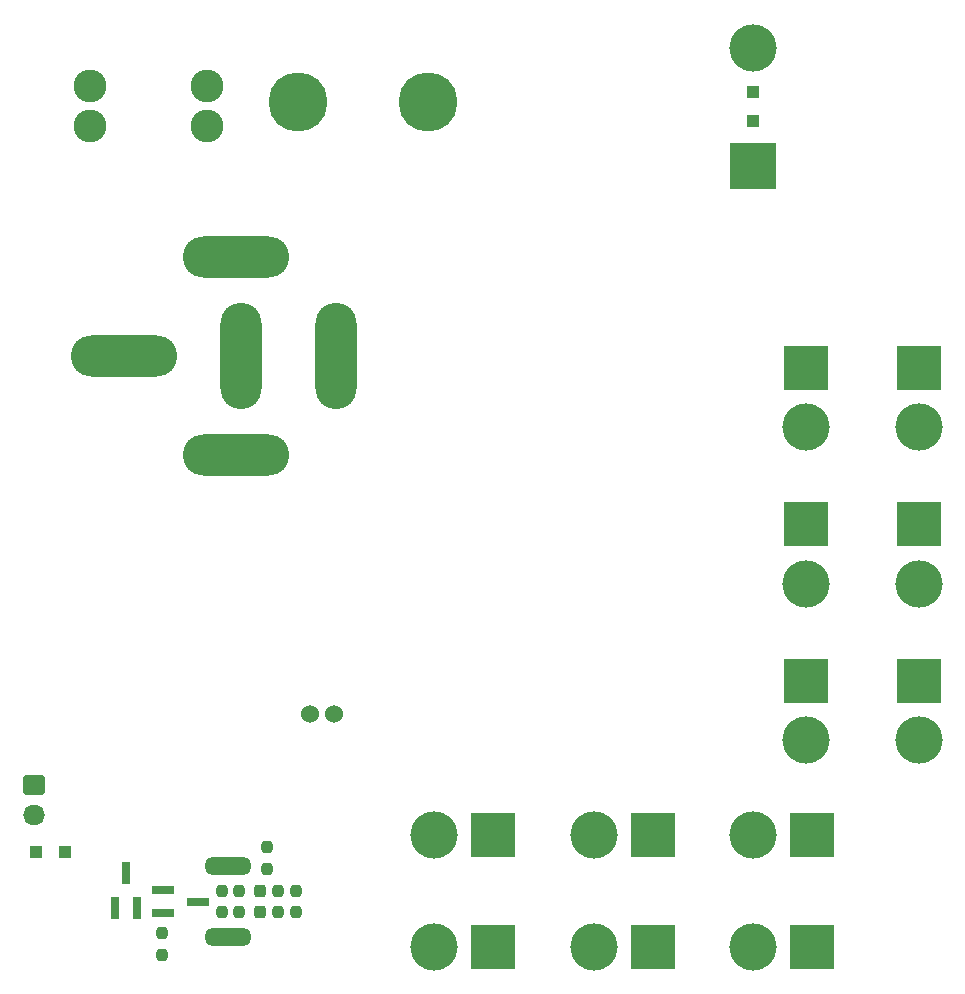
<source format=gbr>
%TF.GenerationSoftware,KiCad,Pcbnew,(6.0.11)*%
%TF.CreationDate,2024-02-29T08:21:51+09:00*%
%TF.ProjectId,LargePW,4c617267-6550-4572-9e6b-696361645f70,rev?*%
%TF.SameCoordinates,Original*%
%TF.FileFunction,Soldermask,Bot*%
%TF.FilePolarity,Negative*%
%FSLAX46Y46*%
G04 Gerber Fmt 4.6, Leading zero omitted, Abs format (unit mm)*
G04 Created by KiCad (PCBNEW (6.0.11)) date 2024-02-29 08:21:51*
%MOMM*%
%LPD*%
G01*
G04 APERTURE LIST*
G04 Aperture macros list*
%AMRoundRect*
0 Rectangle with rounded corners*
0 $1 Rounding radius*
0 $2 $3 $4 $5 $6 $7 $8 $9 X,Y pos of 4 corners*
0 Add a 4 corners polygon primitive as box body*
4,1,4,$2,$3,$4,$5,$6,$7,$8,$9,$2,$3,0*
0 Add four circle primitives for the rounded corners*
1,1,$1+$1,$2,$3*
1,1,$1+$1,$4,$5*
1,1,$1+$1,$6,$7*
1,1,$1+$1,$8,$9*
0 Add four rect primitives between the rounded corners*
20,1,$1+$1,$2,$3,$4,$5,0*
20,1,$1+$1,$4,$5,$6,$7,0*
20,1,$1+$1,$6,$7,$8,$9,0*
20,1,$1+$1,$8,$9,$2,$3,0*%
G04 Aperture macros list end*
%ADD10O,9.000000X3.500000*%
%ADD11O,3.500000X9.000000*%
%ADD12R,3.800000X3.800000*%
%ADD13C,4.000000*%
%ADD14RoundRect,0.250000X-0.675000X0.600000X-0.675000X-0.600000X0.675000X-0.600000X0.675000X0.600000X0*%
%ADD15O,1.850000X1.700000*%
%ADD16C,2.780000*%
%ADD17O,4.000000X1.524000*%
%ADD18C,5.000000*%
%ADD19C,1.524000*%
%ADD20R,4.000000X4.000000*%
%ADD21R,1.900000X0.800000*%
%ADD22R,1.000000X1.000000*%
%ADD23RoundRect,0.237500X0.237500X-0.250000X0.237500X0.250000X-0.237500X0.250000X-0.237500X-0.250000X0*%
%ADD24RoundRect,0.237500X-0.237500X0.250000X-0.237500X-0.250000X0.237500X-0.250000X0.237500X0.250000X0*%
%ADD25R,0.800000X1.900000*%
%ADD26RoundRect,0.237500X-0.237500X0.300000X-0.237500X-0.300000X0.237500X-0.300000X0.237500X0.300000X0*%
G04 APERTURE END LIST*
D10*
%TO.C,K1*%
X96250000Y-93750000D03*
X105750000Y-102150000D03*
X105750000Y-85350000D03*
D11*
X114150000Y-93750000D03*
X106150000Y-93750000D03*
%TD*%
D12*
%TO.C,J2*%
X127500000Y-134249999D03*
D13*
X122500000Y-134249999D03*
%TD*%
D12*
%TO.C,J12*%
X154000000Y-108000000D03*
D13*
X154000000Y-113000000D03*
%TD*%
D12*
%TO.C,J3*%
X127500000Y-143750000D03*
D13*
X122500000Y-143750000D03*
%TD*%
D12*
%TO.C,J6*%
X154000000Y-94750000D03*
D13*
X154000000Y-99750000D03*
%TD*%
D14*
%TO.C,J1*%
X88600000Y-130100000D03*
D15*
X88600000Y-132600000D03*
%TD*%
D12*
%TO.C,J9*%
X154500000Y-143750000D03*
D13*
X149500000Y-143750000D03*
%TD*%
D12*
%TO.C,J7*%
X163500000Y-94750000D03*
D13*
X163500000Y-99750000D03*
%TD*%
D12*
%TO.C,J4*%
X141000000Y-134250000D03*
D13*
X136000000Y-134250000D03*
%TD*%
D16*
%TO.C,F1*%
X103250000Y-70850000D03*
X103250000Y-74250000D03*
X93330000Y-74250000D03*
X93330000Y-70850000D03*
%TD*%
D12*
%TO.C,J10*%
X154000000Y-121250000D03*
D13*
X154000000Y-126250000D03*
%TD*%
D12*
%TO.C,J11*%
X163500000Y-121250000D03*
D13*
X163500000Y-126250000D03*
%TD*%
D12*
%TO.C,J5*%
X141000000Y-143750001D03*
D13*
X136000000Y-143750001D03*
%TD*%
D12*
%TO.C,J13*%
X163500000Y-108000000D03*
D13*
X163500000Y-113000000D03*
%TD*%
D17*
%TO.C,SW1*%
X105000000Y-142928349D03*
X105000000Y-136928349D03*
%TD*%
D18*
%TO.C,H1*%
X122000000Y-72250000D03*
%TD*%
D12*
%TO.C,J8*%
X154500000Y-134250000D03*
D13*
X149500000Y-134250000D03*
%TD*%
D19*
%TO.C,MES1*%
X114000000Y-124050000D03*
X112000000Y-124035000D03*
%TD*%
D18*
%TO.C,H2*%
X111000000Y-72250000D03*
%TD*%
D20*
%TO.C,C2*%
X149500000Y-77619000D03*
D13*
X149500000Y-67619000D03*
%TD*%
D21*
%TO.C,Q5*%
X99500000Y-140878349D03*
X99500000Y-138978349D03*
X102500000Y-139928349D03*
%TD*%
D22*
%TO.C,D2*%
X149500000Y-73869000D03*
X149500000Y-71369000D03*
%TD*%
D23*
%TO.C,R6*%
X99470000Y-144452500D03*
X99470000Y-142627500D03*
%TD*%
%TO.C,R4*%
X110750000Y-140840849D03*
X110750000Y-139015849D03*
%TD*%
D24*
%TO.C,R5*%
X104500000Y-139015849D03*
X104500000Y-140840849D03*
%TD*%
D25*
%TO.C,Q6*%
X97370000Y-140500000D03*
X95470000Y-140500000D03*
X96420000Y-137500000D03*
%TD*%
D24*
%TO.C,R2*%
X106000000Y-139015849D03*
X106000000Y-140840849D03*
%TD*%
D26*
%TO.C,C1*%
X107750000Y-139065849D03*
X107750000Y-140790849D03*
%TD*%
D24*
%TO.C,R3*%
X109250000Y-139015849D03*
X109250000Y-140840849D03*
%TD*%
%TO.C,R1*%
X108300000Y-135347500D03*
X108300000Y-137172500D03*
%TD*%
D22*
%TO.C,D1*%
X88750000Y-135750000D03*
X91250000Y-135750000D03*
%TD*%
M02*

</source>
